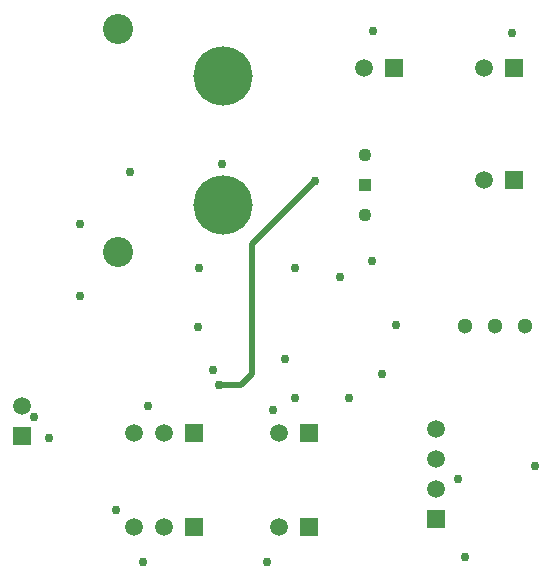
<source format=gbr>
%TF.GenerationSoftware,KiCad,Pcbnew,7.0.1*%
%TF.CreationDate,2023-09-17T22:33:06+09:00*%
%TF.ProjectId,Mix necessary function,4d697820-6e65-4636-9573-736172792066,rev?*%
%TF.SameCoordinates,Original*%
%TF.FileFunction,Copper,L2,Bot*%
%TF.FilePolarity,Positive*%
%FSLAX46Y46*%
G04 Gerber Fmt 4.6, Leading zero omitted, Abs format (unit mm)*
G04 Created by KiCad (PCBNEW 7.0.1) date 2023-09-17 22:33:06*
%MOMM*%
%LPD*%
G01*
G04 APERTURE LIST*
%TA.AperFunction,ComponentPad*%
%ADD10R,1.508000X1.508000*%
%TD*%
%TA.AperFunction,ComponentPad*%
%ADD11C,1.508000*%
%TD*%
%TA.AperFunction,ComponentPad*%
%ADD12C,2.550000*%
%TD*%
%TA.AperFunction,ComponentPad*%
%ADD13C,5.016000*%
%TD*%
%TA.AperFunction,ComponentPad*%
%ADD14C,1.108000*%
%TD*%
%TA.AperFunction,ComponentPad*%
%ADD15R,1.108000X1.108000*%
%TD*%
%TA.AperFunction,ComponentPad*%
%ADD16C,1.300000*%
%TD*%
%TA.AperFunction,ViaPad*%
%ADD17C,0.756400*%
%TD*%
%TA.AperFunction,Conductor*%
%ADD18C,0.500000*%
%TD*%
G04 APERTURE END LIST*
D10*
%TO.P,LED,1*%
%TO.N,BLUE*%
X161031100Y-128313600D03*
D11*
%TO.P,LED,2*%
%TO.N,RED*%
X161031100Y-125773600D03*
%TO.P,LED,3*%
%TO.N,N/C*%
X161031100Y-123233600D03*
%TO.P,LED,4*%
%TO.N,+12V*%
X161031100Y-120693600D03*
%TD*%
D10*
%TO.P,AZUSA,1*%
%TO.N,AGND*%
X167691100Y-99573600D03*
D11*
%TO.P,AZUSA,2*%
%TO.N,VCC*%
X165151100Y-99573600D03*
%TD*%
D10*
%TO.P,SW1,1*%
%TO.N,EM*%
X167691100Y-90143600D03*
D11*
%TO.P,SW1,2*%
%TO.N,VCC*%
X165151100Y-90143600D03*
%TD*%
D10*
%TO.P,SW2,1*%
%TO.N,AGND*%
X157531100Y-90143600D03*
D11*
%TO.P,SW2,2*%
%TO.N,EM*%
X154991100Y-90143600D03*
%TD*%
D12*
%TO.P,LIPO\uFF3FTHRU,P$4*%
%TO.N,N/C*%
X134100000Y-86800000D03*
%TO.P,LIPO\uFF3FTHRU,P$3*%
X134100000Y-105700000D03*
D13*
%TO.P,LIPO\uFF3FTHRU,-*%
%TO.N,GND*%
X143000000Y-90800000D03*
%TO.P,LIPO\uFF3FTHRU,+*%
%TO.N,N$20*%
X143000000Y-101700000D03*
%TD*%
D10*
%TO.P,AZUSA_CON1,1*%
%TO.N,GND*%
X150271100Y-129003600D03*
D11*
%TO.P,AZUSA_CON1,2*%
%TO.N,PWM1_SERVO*%
X147731100Y-129003600D03*
%TD*%
D10*
%TO.P,SERVO1,1*%
%TO.N,GND*%
X140541100Y-129003600D03*
D11*
%TO.P,SERVO1,2*%
%TO.N,+6V*%
X138001100Y-129003600D03*
%TO.P,SERVO1,3*%
%TO.N,PWM1_SERVO*%
X135461100Y-129003600D03*
%TD*%
D14*
%TO.P,U$1,INPUT*%
%TO.N,PVCC*%
X155001100Y-102543600D03*
%TO.P,U$1,OUTPUT*%
%TO.N,+6V*%
X155001100Y-97463600D03*
D15*
%TO.P,U$1,GND*%
%TO.N,GND*%
X155001100Y-100003600D03*
%TD*%
D16*
%TO.P,LED_SW0,R*%
%TO.N,RED*%
X168541100Y-112003600D03*
%TO.P,LED_SW0,L*%
%TO.N,BLUE*%
X163461100Y-112003600D03*
%TO.P,LED_SW0,C*%
%TO.N,GND*%
X166001100Y-112003600D03*
%TD*%
D10*
%TO.P,SERVO2,1*%
%TO.N,GND*%
X140541100Y-121003600D03*
D11*
%TO.P,SERVO2,2*%
%TO.N,+6V*%
X138001100Y-121003600D03*
%TO.P,SERVO2,3*%
%TO.N,PWM2_SERVO*%
X135461100Y-121003600D03*
%TD*%
D10*
%TO.P,AZUSA_CON2,1*%
%TO.N,GND*%
X150271100Y-121003600D03*
D11*
%TO.P,AZUSA_CON2,2*%
%TO.N,PWM2_SERVO*%
X147731100Y-121003600D03*
%TD*%
D10*
%TO.P,THRU,1*%
%TO.N,N$1*%
X126001100Y-121273600D03*
D11*
%TO.P,THRU,2*%
%TO.N,N$92*%
X126001100Y-118733600D03*
%TD*%
D17*
%TO.N,PVCC*%
X142701100Y-117003600D03*
X150801100Y-99703600D03*
%TO.N,GND*%
X153643100Y-118064600D03*
X149143100Y-118064600D03*
X156441100Y-116050600D03*
X130941100Y-109450600D03*
X135141100Y-98950600D03*
X130941100Y-103350600D03*
X148243100Y-114764600D03*
X155659100Y-106445600D03*
X157690100Y-111921600D03*
X167479100Y-87145600D03*
X155701100Y-87018600D03*
X142919100Y-98210600D03*
X140941100Y-107050600D03*
X140906100Y-112083600D03*
X142143100Y-115664600D03*
X127050100Y-119669600D03*
X128244100Y-121410600D03*
X149121100Y-107098600D03*
X152877100Y-107860600D03*
X162875100Y-124897600D03*
X169468100Y-123808600D03*
X163489100Y-131532600D03*
X146741100Y-131909600D03*
X136230100Y-131924600D03*
X147214100Y-119112600D03*
X133925100Y-127525600D03*
X136641100Y-118699600D03*
%TD*%
D18*
%TO.N,PVCC*%
X145501100Y-105003600D02*
X145501100Y-116003600D01*
X144501100Y-117003600D02*
X142701100Y-117003600D01*
X145501100Y-116003600D02*
X144501100Y-117003600D01*
X150801100Y-99703600D02*
X145501100Y-105003600D01*
%TD*%
M02*

</source>
